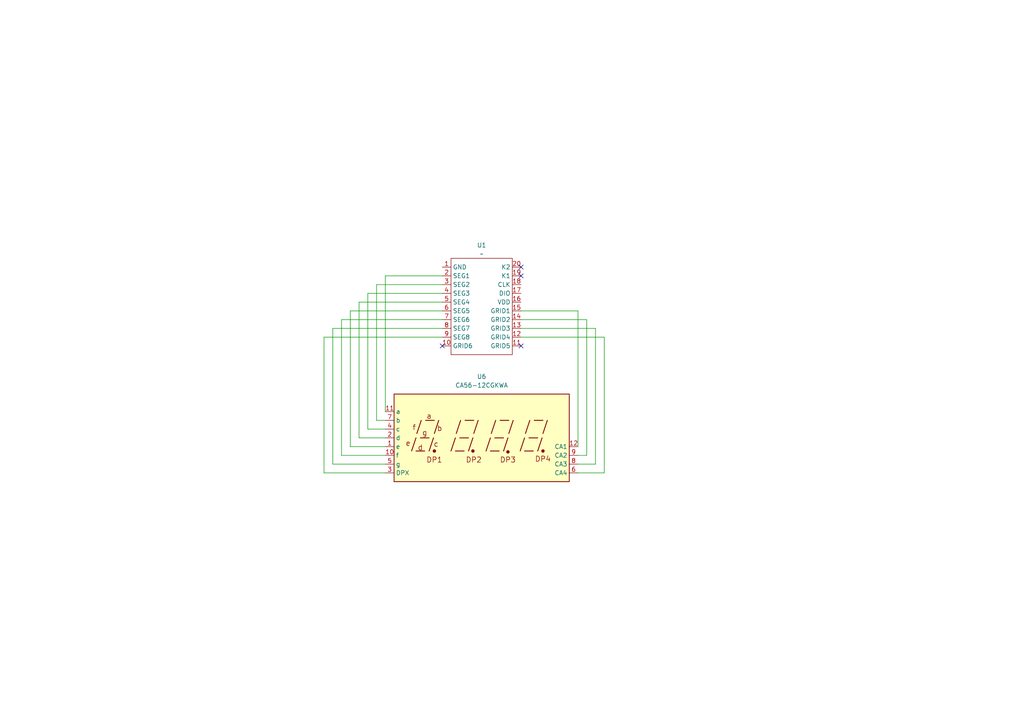
<source format=kicad_sch>
(kicad_sch (version 20231120) (generator "eeschema") (generator_version "8.0")
  (paper "A4")
  (lib_symbols
    (symbol "CoffeeLib:TM1637"
      (property "Reference" "U" (at 0 0 0))
      (symbol "TM1637_0_1"
        (rectangle (start -8.89 13.97) (end 8.89 -13.97))
      )
      (symbol "TM1637_1_1"
        (pin power_in line (at -11.43 11.43 0) (length 2.54) (name "GND") (number "1"))
        (pin output line (at -11.43 -11.43 0) (length 2.54) (name "GRID6") (number "10"))
        (pin output line (at 11.43 -11.43 180) (length 2.54) (name "GRID5") (number "11"))
        (pin output line (at 11.43 -8.89 180) (length 2.54) (name "GRID4") (number "12"))
        (pin output line (at 11.43 -6.35 180) (length 2.54) (name "GRID3") (number "13"))
        (pin output line (at 11.43 -3.81 180) (length 2.54) (name "GRID2") (number "14"))
        (pin output line (at 11.43 -1.27 180) (length 2.54) (name "GRID1") (number "15"))
        (pin power_in line (at 11.43 1.27 180) (length 2.54) (name "VDD") (number "16"))
        (pin bidirectional line (at 11.43 3.81 180) (length 2.54) (name "DIO") (number "17"))
        (pin bidirectional line (at 11.43 6.35 180) (length 2.54) (name "CLK") (number "18"))
        (pin input line (at 11.43 8.89 180) (length 2.54) (name "K1") (number "19"))
        (pin output line (at -11.43 8.89 0) (length 2.54) (name "SEG1") (number "2"))
        (pin input line (at 11.43 11.43 180) (length 2.54) (name "K2") (number "20"))
        (pin output line (at -11.43 6.35 0) (length 2.54) (name "SEG2") (number "3"))
        (pin output line (at -11.43 3.81 0) (length 2.54) (name "SEG3") (number "4"))
        (pin output line (at -11.43 1.27 0) (length 2.54) (name "SEG4") (number "5"))
        (pin output line (at -11.43 -1.27 0) (length 2.54) (name "SEG5") (number "6"))
        (pin output line (at -11.43 -3.81 0) (length 2.54) (name "SEG6") (number "7"))
        (pin output line (at -11.43 -6.35 0) (length 2.54) (name "SEG7") (number "8"))
        (pin output line (at -11.43 -8.89 0) (length 2.54) (name "SEG8") (number "9"))
      )
    )
    (symbol "Display_Character:CA56-12CGKWA"
      (property "Reference" "U" (at -24.13 13.97 0))
      (property "Value" "CA56-12CGKWA" (at 17.78 13.97 0))
      (symbol "CA56-12CGKWA_0_0"
        (rectangle (start -25.4 12.7) (end 25.4 -12.7) (stroke (width 0.254)) (fill (type background)))
        (polyline (pts (xy -20.32 -3.81) (xy -19.05 0)) (stroke (width 0.254)))
        (polyline (pts (xy -19.05 -3.81) (xy -16.51 -3.81)) (stroke (width 0.254)))
        (polyline (pts (xy -18.796 1.27) (xy -17.526 5.08)) (stroke (width 0.254)))
        (polyline (pts (xy -17.78 0) (xy -15.24 0)) (stroke (width 0.254)))
        (polyline (pts (xy -16.256 5.08) (xy -13.716 5.08)) (stroke (width 0.254)))
        (polyline (pts (xy -15.24 -3.81) (xy -13.97 0)) (stroke (width 0.254)))
        (polyline (pts (xy -13.716 1.27) (xy -12.446 5.08)) (stroke (width 0.254)))
        (polyline (pts (xy -8.89 -3.81) (xy -7.62 0)) (stroke (width 0.254)))
        (polyline (pts (xy -7.62 -3.81) (xy -5.08 -3.81)) (stroke (width 0.254)))
        (polyline (pts (xy -7.366 1.27) (xy -6.096 5.08)) (stroke (width 0.254)))
        (polyline (pts (xy -6.35 0) (xy -3.81 0)) (stroke (width 0.254)))
        (polyline (pts (xy -4.826 5.08) (xy -2.286 5.08)) (stroke (width 0.254)))
        (polyline (pts (xy -3.81 -3.81) (xy -2.54 0)) (stroke (width 0.254)))
        (polyline (pts (xy -2.286 1.27) (xy -1.016 5.08)) (stroke (width 0.254)))
        (polyline (pts (xy 1.27 -3.81) (xy 2.54 0)) (stroke (width 0.254)))
        (polyline (pts (xy 2.54 -3.81) (xy 5.08 -3.81)) (stroke (width 0.254)))
        (polyline (pts (xy 2.794 1.27) (xy 4.064 5.08)) (stroke (width 0.254)))
        (polyline (pts (xy 3.81 0) (xy 6.35 0)) (stroke (width 0.254)))
        (polyline (pts (xy 5.334 5.08) (xy 7.874 5.08)) (stroke (width 0.254)))
        (polyline (pts (xy 6.35 -3.81) (xy 7.62 0)) (stroke (width 0.254)))
        (polyline (pts (xy 7.874 1.27) (xy 9.144 5.08)) (stroke (width 0.254)))
        (polyline (pts (xy 11.176 -3.81) (xy 12.446 0)) (stroke (width 0.254)))
        (polyline (pts (xy 12.446 -3.81) (xy 14.986 -3.81)) (stroke (width 0.254)))
        (polyline (pts (xy 12.7 1.27) (xy 13.97 5.08)) (stroke (width 0.254)))
        (polyline (pts (xy 13.716 0) (xy 16.256 0)) (stroke (width 0.254)))
        (polyline (pts (xy 15.24 5.08) (xy 17.78 5.08)) (stroke (width 0.254)))
        (polyline (pts (xy 16.256 -3.81) (xy 17.526 0)) (stroke (width 0.254)))
        (polyline (pts (xy 17.78 1.27) (xy 19.05 5.08)) (stroke (width 0.254)))
        (text "a" (at -15.24 6.35 0) (effects (font (size 1.524 1.524))))
        (text "b" (at -12.192 2.794 0) (effects (font (size 1.524 1.524))))
        (text "c" (at -13.208 -1.778 0) (effects (font (size 1.524 1.524))))
        (text "d" (at -17.78 -2.794 0) (effects (font (size 1.524 1.524))))
        (text "DP1" (at -13.716 -6.35 0) (effects (font (size 1.524 1.524))))
        (text "DP2" (at -2.286 -6.35 0) (effects (font (size 1.524 1.524))))
        (text "DP3" (at 7.62 -6.35 0) (effects (font (size 1.524 1.524))))
        (text "DP4" (at 17.78 -6.096 0) (effects (font (size 1.524 1.524))))
        (text "e" (at -21.336 -1.524 0) (effects (font (size 1.524 1.524))))
        (text "f" (at -19.558 3.048 0) (effects (font (size 1.524 1.524))))
        (text "g" (at -16.51 1.524 0) (effects (font (size 1.524 1.524))))
      )
      (symbol "CA56-12CGKWA_0_1"
        (circle (center -13.716 -3.81) (radius 0.3556) (stroke (width 0.254)) (fill (type outline)))
        (circle (center -2.54 -3.81) (radius 0.3556) (stroke (width 0.254)) (fill (type outline)))
      )
      (symbol "CA56-12CGKWA_1_0"
        (circle (center 7.62 -4.064) (radius 0.3556) (stroke (width 0.254)) (fill (type outline)))
        (circle (center 17.78 -3.81) (radius 0.3556) (stroke (width 0.254)) (fill (type outline)))
      )
      (symbol "CA56-12CGKWA_1_1"
        (pin input line (at -27.94 -2.54 0) (length 2.54) (name "e") (number "1"))
        (pin input line (at -27.94 -5.08 0) (length 2.54) (name "f") (number "10"))
        (pin input line (at -27.94 7.62 0) (length 2.54) (name "a") (number "11"))
        (pin input line (at 27.94 -2.54 180) (length 2.54) (name "CA1") (number "12"))
        (pin input line (at -27.94 0 0) (length 2.54) (name "d") (number "2"))
        (pin input line (at -27.94 -10.16 0) (length 2.54) (name "DPX") (number "3"))
        (pin input line (at -27.94 2.54 0) (length 2.54) (name "c") (number "4"))
        (pin input line (at -27.94 -7.62 0) (length 2.54) (name "g") (number "5"))
        (pin input line (at 27.94 -10.16 180) (length 2.54) (name "CA4") (number "6"))
        (pin input line (at -27.94 5.08 0) (length 2.54) (name "b") (number "7"))
        (pin input line (at 27.94 -7.62 180) (length 2.54) (name "CA3") (number "8"))
        (pin input line (at 27.94 -5.08 180) (length 2.54) (name "CA2") (number "9"))
      )
    )
  )
  (no_connect (at 151.13 77.47))
  (no_connect (at 151.13 80.01))
  (no_connect (at 128.27 100.33))
  (no_connect (at 151.13 100.33))
  (wire (pts (xy 104.14 87.63) (xy 104.14 127)))
  (wire (pts (xy 151.13 97.79) (xy 175.26 97.79)))
  (wire (pts (xy 172.72 95.25) (xy 172.72 134.62)))
  (wire (pts (xy 128.27 92.71) (xy 99.06 92.71)))
  (wire (pts (xy 172.72 134.62) (xy 167.64 134.62)))
  (wire (pts (xy 106.68 85.09) (xy 106.68 124.46)))
  (wire (pts (xy 170.18 132.08) (xy 167.64 132.08)))
  (wire (pts (xy 101.6 90.17) (xy 101.6 129.54)))
  (wire (pts (xy 175.26 97.79) (xy 175.26 137.16)))
  (wire (pts (xy 128.27 82.55) (xy 109.22 82.55)))
  (wire (pts (xy 167.64 90.17) (xy 167.64 129.54)))
  (wire (pts (xy 151.13 92.71) (xy 170.18 92.71)))
  (wire (pts (xy 151.13 95.25) (xy 172.72 95.25)))
  (wire (pts (xy 109.22 121.92) (xy 111.76 121.92)))
  (wire (pts (xy 128.27 97.79) (xy 93.98 97.79)))
  (wire (pts (xy 128.27 87.63) (xy 104.14 87.63)))
  (wire (pts (xy 96.52 134.62) (xy 111.76 134.62)))
  (wire (pts (xy 109.22 82.55) (xy 109.22 121.92)))
  (wire (pts (xy 128.27 95.25) (xy 96.52 95.25)))
  (wire (pts (xy 106.68 124.46) (xy 111.76 124.46)))
  (wire (pts (xy 151.13 90.17) (xy 167.64 90.17)))
  (wire (pts (xy 128.27 90.17) (xy 101.6 90.17)))
  (wire (pts (xy 104.14 127) (xy 111.76 127)))
  (wire (pts (xy 128.27 85.09) (xy 106.68 85.09)))
  (wire (pts (xy 175.26 137.16) (xy 167.64 137.16)))
  (wire (pts (xy 111.76 80.01) (xy 111.76 119.38)))
  (wire (pts (xy 99.06 92.71) (xy 99.06 132.08)))
  (wire (pts (xy 99.06 132.08) (xy 111.76 132.08)))
  (wire (pts (xy 170.18 92.71) (xy 170.18 132.08)))
  (wire (pts (xy 93.98 97.79) (xy 93.98 137.16)))
  (wire (pts (xy 101.6 129.54) (xy 111.76 129.54)))
  (wire (pts (xy 128.27 80.01) (xy 111.76 80.01)))
  (wire (pts (xy 96.52 95.25) (xy 96.52 134.62)))
  (wire (pts (xy 93.98 137.16) (xy 111.76 137.16)))
  (symbol (lib_id "CoffeeLib:TM1637") (at 139.7 88.9 0) (unit 1)
    (property "Reference" "U1" (at 139.7 71.12 0))
    (property "Value" "~" (at 139.7 73.66 0))
    (property "Footprint" "Package_SO:SOP-20_7.5x12.8mm_P1.27mm" (effects (hide yes)))
  )
  (symbol (lib_id "Display_Character:CA56-12CGKWA") (at 139.7 127 0) (unit 1)
    (property "Reference" "U6" (at 139.7 109.22 0))
    (property "Value" "CA56-12CGKWA" (at 139.7 111.76 0))
    (property "Footprint" "Display_7Segment:CA56-12CGKWA" (effects (hide yes)))
    (property "Datasheet" "http://www.kingbright.com/attachments/file/psearch/000/00/00/CA56-12CGKWA(Ver.9A).pdf" (effects (hide yes)))
    (property "Description" "4 digit 7 segment Green LED, common anode" (effects (hide yes)))
  )
)
</source>
